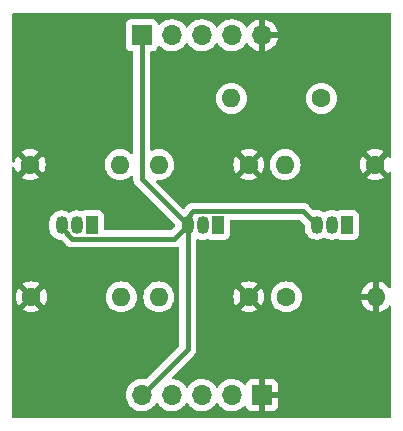
<source format=gbr>
%TF.GenerationSoftware,KiCad,Pcbnew,(6.0.5-0)*%
%TF.CreationDate,2023-04-14T18:12:18+02:00*%
%TF.ProjectId,PixelJuice_TransistorStage,50697865-6c4a-4756-9963-655f5472616e,rev?*%
%TF.SameCoordinates,Original*%
%TF.FileFunction,Copper,L2,Bot*%
%TF.FilePolarity,Positive*%
%FSLAX46Y46*%
G04 Gerber Fmt 4.6, Leading zero omitted, Abs format (unit mm)*
G04 Created by KiCad (PCBNEW (6.0.5-0)) date 2023-04-14 18:12:18*
%MOMM*%
%LPD*%
G01*
G04 APERTURE LIST*
%TA.AperFunction,ComponentPad*%
%ADD10C,1.600000*%
%TD*%
%TA.AperFunction,ComponentPad*%
%ADD11O,1.600000X1.600000*%
%TD*%
%TA.AperFunction,ComponentPad*%
%ADD12R,1.050000X1.500000*%
%TD*%
%TA.AperFunction,ComponentPad*%
%ADD13O,1.050000X1.500000*%
%TD*%
%TA.AperFunction,ComponentPad*%
%ADD14R,1.700000X1.700000*%
%TD*%
%TA.AperFunction,ComponentPad*%
%ADD15O,1.700000X1.700000*%
%TD*%
%TA.AperFunction,ViaPad*%
%ADD16C,0.800000*%
%TD*%
%TA.AperFunction,Conductor*%
%ADD17C,0.400000*%
%TD*%
G04 APERTURE END LIST*
D10*
%TO.P,R5,1*%
%TO.N,GND*%
X132790000Y-96000000D03*
D11*
%TO.P,R5,2*%
%TO.N,/R-Y_{out}*%
X140410000Y-96000000D03*
%TD*%
D10*
%TO.P,R7,1*%
%TO.N,/B-Y_{out}*%
X154390000Y-96000000D03*
D11*
%TO.P,R7,2*%
%TO.N,GND*%
X162010000Y-96000000D03*
%TD*%
D10*
%TO.P,R4,1*%
%TO.N,GND*%
X161910000Y-84800000D03*
D11*
%TO.P,R4,2*%
%TO.N,Net-(Q3-Pad2)*%
X154290000Y-84800000D03*
%TD*%
D10*
%TO.P,R3,1*%
%TO.N,GND*%
X151210000Y-84800000D03*
D11*
%TO.P,R3,2*%
%TO.N,/Y_{in}*%
X143590000Y-84800000D03*
%TD*%
D12*
%TO.P,Q2,1,E*%
%TO.N,/Y_{out}*%
X148570000Y-89940000D03*
D13*
%TO.P,Q2,2,B*%
%TO.N,/Y_{in}*%
X147300000Y-89940000D03*
%TO.P,Q2,3,C*%
%TO.N,+5V*%
X146030000Y-89940000D03*
%TD*%
D10*
%TO.P,R2,1*%
%TO.N,GND*%
X132690000Y-84800000D03*
D11*
%TO.P,R2,2*%
%TO.N,/R-Y_{in}*%
X140310000Y-84800000D03*
%TD*%
D10*
%TO.P,R6,1*%
%TO.N,GND*%
X151210000Y-96000000D03*
D11*
%TO.P,R6,2*%
%TO.N,/Y_{out}*%
X143590000Y-96000000D03*
%TD*%
D12*
%TO.P,Q3,1,E*%
%TO.N,/B-Y_{out}*%
X159500000Y-89900000D03*
D13*
%TO.P,Q3,2,B*%
%TO.N,Net-(Q3-Pad2)*%
X158230000Y-89900000D03*
%TO.P,Q3,3,C*%
%TO.N,+5V*%
X156960000Y-89900000D03*
%TD*%
D10*
%TO.P,R1,1*%
%TO.N,Net-(Q3-Pad2)*%
X157360000Y-79200000D03*
D11*
%TO.P,R1,2*%
%TO.N,/B-Y_{in}*%
X149740000Y-79200000D03*
%TD*%
D12*
%TO.P,Q1,1,E*%
%TO.N,/R-Y_{out}*%
X137900000Y-89940000D03*
D13*
%TO.P,Q1,2,B*%
%TO.N,/R-Y_{in}*%
X136630000Y-89940000D03*
%TO.P,Q1,3,C*%
%TO.N,+5V*%
X135360000Y-89940000D03*
%TD*%
D14*
%TO.P,J2,1,Pin_1*%
%TO.N,GND*%
X152325000Y-104325000D03*
D15*
%TO.P,J2,2,Pin_2*%
%TO.N,/B-Y_{out}*%
X149785000Y-104325000D03*
%TO.P,J2,3,Pin_3*%
%TO.N,/Y_{out}*%
X147245000Y-104325000D03*
%TO.P,J2,4,Pin_4*%
%TO.N,/R-Y_{out}*%
X144705000Y-104325000D03*
%TO.P,J2,5,Pin_5*%
%TO.N,+5V*%
X142165000Y-104325000D03*
%TD*%
D14*
%TO.P,J1,1,Pin_1*%
%TO.N,+5V*%
X142150000Y-73850000D03*
D15*
%TO.P,J1,2,Pin_2*%
%TO.N,/R-Y_{in}*%
X144690000Y-73850000D03*
%TO.P,J1,3,Pin_3*%
%TO.N,/Y_{in}*%
X147230000Y-73850000D03*
%TO.P,J1,4,Pin_4*%
%TO.N,/B-Y_{in}*%
X149770000Y-73850000D03*
%TO.P,J1,5,Pin_5*%
%TO.N,GND*%
X152310000Y-73850000D03*
%TD*%
D16*
%TO.N,GND*%
X152875000Y-93050000D03*
X142025000Y-93050000D03*
%TD*%
D17*
%TO.N,+5V*%
X146030000Y-89940000D02*
X146030000Y-100460000D01*
X146030000Y-100460000D02*
X142165000Y-104325000D01*
X142150000Y-73850000D02*
X142150000Y-86060000D01*
X142150000Y-86060000D02*
X146030000Y-89940000D01*
X136247052Y-91089520D02*
X135360000Y-90202468D01*
X146030000Y-89240000D02*
X146520000Y-88750000D01*
X135360000Y-90202468D02*
X135360000Y-89940000D01*
X155810000Y-88750000D02*
X156960000Y-89900000D01*
X144880480Y-91089520D02*
X136247052Y-91089520D01*
X146520000Y-88750000D02*
X155810000Y-88750000D01*
X146030000Y-89940000D02*
X146030000Y-89240000D01*
X146030000Y-89940000D02*
X144880480Y-91089520D01*
%TD*%
%TA.AperFunction,Conductor*%
%TO.N,GND*%
G36*
X163233621Y-71978502D02*
G01*
X163280114Y-72032158D01*
X163291500Y-72084500D01*
X163291500Y-84099295D01*
X163271498Y-84167416D01*
X163217842Y-84213909D01*
X163147568Y-84224013D01*
X163082988Y-84194519D01*
X163051306Y-84152547D01*
X163049414Y-84148491D01*
X163043931Y-84138994D01*
X163007491Y-84086952D01*
X162997012Y-84078576D01*
X162983566Y-84085644D01*
X162282022Y-84787188D01*
X162274408Y-84801132D01*
X162274539Y-84802965D01*
X162278790Y-84809580D01*
X162984287Y-85515077D01*
X162996062Y-85521507D01*
X163008077Y-85512211D01*
X163043931Y-85461006D01*
X163049414Y-85451509D01*
X163051306Y-85447453D01*
X163098224Y-85394169D01*
X163166502Y-85374709D01*
X163234461Y-85395252D01*
X163280526Y-85449275D01*
X163291500Y-85500705D01*
X163291500Y-95150123D01*
X163271498Y-95218244D01*
X163217842Y-95264737D01*
X163147568Y-95274841D01*
X163082988Y-95245347D01*
X163062287Y-95222393D01*
X163018976Y-95160538D01*
X163011916Y-95152125D01*
X162857875Y-94998084D01*
X162849467Y-94991028D01*
X162671007Y-94866069D01*
X162661511Y-94860586D01*
X162464053Y-94768510D01*
X162453761Y-94764764D01*
X162281497Y-94718606D01*
X162267401Y-94718942D01*
X162264000Y-94726884D01*
X162264000Y-97267967D01*
X162267973Y-97281498D01*
X162276522Y-97282727D01*
X162453761Y-97235236D01*
X162464053Y-97231490D01*
X162661511Y-97139414D01*
X162671007Y-97133931D01*
X162849467Y-97008972D01*
X162857875Y-97001916D01*
X163011916Y-96847875D01*
X163018976Y-96839462D01*
X163062287Y-96777607D01*
X163117744Y-96733278D01*
X163188363Y-96725969D01*
X163251724Y-96757999D01*
X163287709Y-96819201D01*
X163291500Y-96849877D01*
X163291500Y-106165500D01*
X163271498Y-106233621D01*
X163217842Y-106280114D01*
X163165500Y-106291500D01*
X131284500Y-106291500D01*
X131216379Y-106271498D01*
X131169886Y-106217842D01*
X131158500Y-106165500D01*
X131158500Y-97086062D01*
X132068493Y-97086062D01*
X132077789Y-97098077D01*
X132128994Y-97133931D01*
X132138489Y-97139414D01*
X132335947Y-97231490D01*
X132346239Y-97235236D01*
X132556688Y-97291625D01*
X132567481Y-97293528D01*
X132784525Y-97312517D01*
X132795475Y-97312517D01*
X133012519Y-97293528D01*
X133023312Y-97291625D01*
X133233761Y-97235236D01*
X133244053Y-97231490D01*
X133441511Y-97139414D01*
X133451006Y-97133931D01*
X133503048Y-97097491D01*
X133511424Y-97087012D01*
X133504356Y-97073566D01*
X132802812Y-96372022D01*
X132788868Y-96364408D01*
X132787035Y-96364539D01*
X132780420Y-96368790D01*
X132074923Y-97074287D01*
X132068493Y-97086062D01*
X131158500Y-97086062D01*
X131158500Y-96005475D01*
X131477483Y-96005475D01*
X131496472Y-96222519D01*
X131498375Y-96233312D01*
X131554764Y-96443761D01*
X131558510Y-96454053D01*
X131650586Y-96651511D01*
X131656069Y-96661006D01*
X131692509Y-96713048D01*
X131702988Y-96721424D01*
X131716434Y-96714356D01*
X132417978Y-96012812D01*
X132424356Y-96001132D01*
X133154408Y-96001132D01*
X133154539Y-96002965D01*
X133158790Y-96009580D01*
X133864287Y-96715077D01*
X133876062Y-96721507D01*
X133888077Y-96712211D01*
X133923931Y-96661006D01*
X133929414Y-96651511D01*
X134021490Y-96454053D01*
X134025236Y-96443761D01*
X134081625Y-96233312D01*
X134083528Y-96222519D01*
X134102517Y-96005475D01*
X134102517Y-96000000D01*
X139096502Y-96000000D01*
X139116457Y-96228087D01*
X139117881Y-96233400D01*
X139117881Y-96233402D01*
X139155025Y-96372022D01*
X139175716Y-96449243D01*
X139178039Y-96454224D01*
X139178039Y-96454225D01*
X139270151Y-96651762D01*
X139270154Y-96651767D01*
X139272477Y-96656749D01*
X139403802Y-96844300D01*
X139565700Y-97006198D01*
X139570208Y-97009355D01*
X139570211Y-97009357D01*
X139648389Y-97064098D01*
X139753251Y-97137523D01*
X139758233Y-97139846D01*
X139758238Y-97139849D01*
X139954765Y-97231490D01*
X139960757Y-97234284D01*
X139966065Y-97235706D01*
X139966067Y-97235707D01*
X140176598Y-97292119D01*
X140176600Y-97292119D01*
X140181913Y-97293543D01*
X140410000Y-97313498D01*
X140638087Y-97293543D01*
X140643400Y-97292119D01*
X140643402Y-97292119D01*
X140853933Y-97235707D01*
X140853935Y-97235706D01*
X140859243Y-97234284D01*
X140865235Y-97231490D01*
X141061762Y-97139849D01*
X141061767Y-97139846D01*
X141066749Y-97137523D01*
X141171611Y-97064098D01*
X141249789Y-97009357D01*
X141249792Y-97009355D01*
X141254300Y-97006198D01*
X141416198Y-96844300D01*
X141547523Y-96656749D01*
X141549846Y-96651767D01*
X141549849Y-96651762D01*
X141641961Y-96454225D01*
X141641961Y-96454224D01*
X141644284Y-96449243D01*
X141664976Y-96372022D01*
X141702119Y-96233402D01*
X141702119Y-96233400D01*
X141703543Y-96228087D01*
X141723498Y-96000000D01*
X142276502Y-96000000D01*
X142296457Y-96228087D01*
X142297881Y-96233400D01*
X142297881Y-96233402D01*
X142335025Y-96372022D01*
X142355716Y-96449243D01*
X142358039Y-96454224D01*
X142358039Y-96454225D01*
X142450151Y-96651762D01*
X142450154Y-96651767D01*
X142452477Y-96656749D01*
X142583802Y-96844300D01*
X142745700Y-97006198D01*
X142750208Y-97009355D01*
X142750211Y-97009357D01*
X142828389Y-97064098D01*
X142933251Y-97137523D01*
X142938233Y-97139846D01*
X142938238Y-97139849D01*
X143134765Y-97231490D01*
X143140757Y-97234284D01*
X143146065Y-97235706D01*
X143146067Y-97235707D01*
X143356598Y-97292119D01*
X143356600Y-97292119D01*
X143361913Y-97293543D01*
X143590000Y-97313498D01*
X143818087Y-97293543D01*
X143823400Y-97292119D01*
X143823402Y-97292119D01*
X144033933Y-97235707D01*
X144033935Y-97235706D01*
X144039243Y-97234284D01*
X144045235Y-97231490D01*
X144241762Y-97139849D01*
X144241767Y-97139846D01*
X144246749Y-97137523D01*
X144351611Y-97064098D01*
X144429789Y-97009357D01*
X144429792Y-97009355D01*
X144434300Y-97006198D01*
X144596198Y-96844300D01*
X144727523Y-96656749D01*
X144729846Y-96651767D01*
X144729849Y-96651762D01*
X144821961Y-96454225D01*
X144821961Y-96454224D01*
X144824284Y-96449243D01*
X144844976Y-96372022D01*
X144882119Y-96233402D01*
X144882119Y-96233400D01*
X144883543Y-96228087D01*
X144903498Y-96000000D01*
X144883543Y-95771913D01*
X144875028Y-95740135D01*
X144825707Y-95556067D01*
X144825706Y-95556065D01*
X144824284Y-95550757D01*
X144729966Y-95348489D01*
X144729849Y-95348238D01*
X144729846Y-95348233D01*
X144727523Y-95343251D01*
X144596198Y-95155700D01*
X144434300Y-94993802D01*
X144429792Y-94990645D01*
X144429789Y-94990643D01*
X144303920Y-94902509D01*
X144246749Y-94862477D01*
X144241767Y-94860154D01*
X144241762Y-94860151D01*
X144044225Y-94768039D01*
X144044224Y-94768039D01*
X144039243Y-94765716D01*
X144033935Y-94764294D01*
X144033933Y-94764293D01*
X143823402Y-94707881D01*
X143823400Y-94707881D01*
X143818087Y-94706457D01*
X143590000Y-94686502D01*
X143361913Y-94706457D01*
X143356600Y-94707881D01*
X143356598Y-94707881D01*
X143146067Y-94764293D01*
X143146065Y-94764294D01*
X143140757Y-94765716D01*
X143135776Y-94768039D01*
X143135775Y-94768039D01*
X142938238Y-94860151D01*
X142938233Y-94860154D01*
X142933251Y-94862477D01*
X142876080Y-94902509D01*
X142750211Y-94990643D01*
X142750208Y-94990645D01*
X142745700Y-94993802D01*
X142583802Y-95155700D01*
X142452477Y-95343251D01*
X142450154Y-95348233D01*
X142450151Y-95348238D01*
X142450034Y-95348489D01*
X142355716Y-95550757D01*
X142354294Y-95556065D01*
X142354293Y-95556067D01*
X142304972Y-95740135D01*
X142296457Y-95771913D01*
X142276502Y-96000000D01*
X141723498Y-96000000D01*
X141703543Y-95771913D01*
X141695028Y-95740135D01*
X141645707Y-95556067D01*
X141645706Y-95556065D01*
X141644284Y-95550757D01*
X141549966Y-95348489D01*
X141549849Y-95348238D01*
X141549846Y-95348233D01*
X141547523Y-95343251D01*
X141416198Y-95155700D01*
X141254300Y-94993802D01*
X141249792Y-94990645D01*
X141249789Y-94990643D01*
X141123920Y-94902509D01*
X141066749Y-94862477D01*
X141061767Y-94860154D01*
X141061762Y-94860151D01*
X140864225Y-94768039D01*
X140864224Y-94768039D01*
X140859243Y-94765716D01*
X140853935Y-94764294D01*
X140853933Y-94764293D01*
X140643402Y-94707881D01*
X140643400Y-94707881D01*
X140638087Y-94706457D01*
X140410000Y-94686502D01*
X140181913Y-94706457D01*
X140176600Y-94707881D01*
X140176598Y-94707881D01*
X139966067Y-94764293D01*
X139966065Y-94764294D01*
X139960757Y-94765716D01*
X139955776Y-94768039D01*
X139955775Y-94768039D01*
X139758238Y-94860151D01*
X139758233Y-94860154D01*
X139753251Y-94862477D01*
X139696080Y-94902509D01*
X139570211Y-94990643D01*
X139570208Y-94990645D01*
X139565700Y-94993802D01*
X139403802Y-95155700D01*
X139272477Y-95343251D01*
X139270154Y-95348233D01*
X139270151Y-95348238D01*
X139270034Y-95348489D01*
X139175716Y-95550757D01*
X139174294Y-95556065D01*
X139174293Y-95556067D01*
X139124972Y-95740135D01*
X139116457Y-95771913D01*
X139096502Y-96000000D01*
X134102517Y-96000000D01*
X134102517Y-95994525D01*
X134083528Y-95777481D01*
X134081625Y-95766688D01*
X134025236Y-95556239D01*
X134021490Y-95545947D01*
X133929414Y-95348489D01*
X133923931Y-95338994D01*
X133887491Y-95286952D01*
X133877012Y-95278576D01*
X133863566Y-95285644D01*
X133162022Y-95987188D01*
X133154408Y-96001132D01*
X132424356Y-96001132D01*
X132425592Y-95998868D01*
X132425461Y-95997035D01*
X132421210Y-95990420D01*
X131715713Y-95284923D01*
X131703938Y-95278493D01*
X131691923Y-95287789D01*
X131656069Y-95338994D01*
X131650586Y-95348489D01*
X131558510Y-95545947D01*
X131554764Y-95556239D01*
X131498375Y-95766688D01*
X131496472Y-95777481D01*
X131477483Y-95994525D01*
X131477483Y-96005475D01*
X131158500Y-96005475D01*
X131158500Y-94912988D01*
X132068576Y-94912988D01*
X132075644Y-94926434D01*
X132777188Y-95627978D01*
X132791132Y-95635592D01*
X132792965Y-95635461D01*
X132799580Y-95631210D01*
X133505077Y-94925713D01*
X133511507Y-94913938D01*
X133502211Y-94901923D01*
X133451006Y-94866069D01*
X133441511Y-94860586D01*
X133244053Y-94768510D01*
X133233761Y-94764764D01*
X133023312Y-94708375D01*
X133012519Y-94706472D01*
X132795475Y-94687483D01*
X132784525Y-94687483D01*
X132567481Y-94706472D01*
X132556688Y-94708375D01*
X132346239Y-94764764D01*
X132335947Y-94768510D01*
X132138489Y-94860586D01*
X132128994Y-94866069D01*
X132076952Y-94902509D01*
X132068576Y-94912988D01*
X131158500Y-94912988D01*
X131158500Y-90216004D01*
X134326500Y-90216004D01*
X134341277Y-90366713D01*
X134399858Y-90560742D01*
X134495010Y-90739698D01*
X134498904Y-90744472D01*
X134498905Y-90744474D01*
X134511826Y-90760316D01*
X134623110Y-90896763D01*
X134627857Y-90900690D01*
X134627859Y-90900692D01*
X134774528Y-91022027D01*
X134774531Y-91022029D01*
X134779278Y-91025956D01*
X134957565Y-91122356D01*
X135026733Y-91143767D01*
X135145293Y-91180468D01*
X135145296Y-91180469D01*
X135151180Y-91182290D01*
X135157305Y-91182934D01*
X135157306Y-91182934D01*
X135315404Y-91199551D01*
X135381061Y-91226564D01*
X135391328Y-91235766D01*
X135725602Y-91570040D01*
X135731456Y-91576305D01*
X135769491Y-91619905D01*
X135821771Y-91656648D01*
X135827066Y-91660581D01*
X135877334Y-91699996D01*
X135884250Y-91703119D01*
X135886536Y-91704503D01*
X135901217Y-91712877D01*
X135903577Y-91714142D01*
X135909791Y-91718510D01*
X135916870Y-91721270D01*
X135916872Y-91721271D01*
X135969327Y-91741722D01*
X135975396Y-91744273D01*
X136033625Y-91770565D01*
X136041092Y-91771949D01*
X136043647Y-91772750D01*
X136059900Y-91777379D01*
X136062480Y-91778042D01*
X136069561Y-91780802D01*
X136077092Y-91781793D01*
X136077094Y-91781794D01*
X136106713Y-91785693D01*
X136132913Y-91789142D01*
X136139411Y-91790172D01*
X136202238Y-91801816D01*
X136209818Y-91801379D01*
X136209819Y-91801379D01*
X136264444Y-91798229D01*
X136271698Y-91798020D01*
X144851568Y-91798020D01*
X144860138Y-91798312D01*
X144910256Y-91801729D01*
X144910260Y-91801729D01*
X144917832Y-91802245D01*
X144925309Y-91800940D01*
X144925310Y-91800940D01*
X144951788Y-91796319D01*
X144980783Y-91791258D01*
X144987301Y-91790297D01*
X145050722Y-91782622D01*
X145057823Y-91779939D01*
X145060432Y-91779298D01*
X145076742Y-91774835D01*
X145079278Y-91774070D01*
X145086764Y-91772763D01*
X145144854Y-91747263D01*
X145215269Y-91738197D01*
X145279408Y-91768639D01*
X145316907Y-91828925D01*
X145321500Y-91862636D01*
X145321500Y-100114340D01*
X145301498Y-100182461D01*
X145284595Y-100203435D01*
X142532316Y-102955714D01*
X142470004Y-102989740D01*
X142421125Y-102990666D01*
X142298373Y-102968800D01*
X142298367Y-102968799D01*
X142293284Y-102967894D01*
X142219452Y-102966992D01*
X142075081Y-102965228D01*
X142075079Y-102965228D01*
X142069911Y-102965165D01*
X141849091Y-102998955D01*
X141636756Y-103068357D01*
X141438607Y-103171507D01*
X141434474Y-103174610D01*
X141434471Y-103174612D01*
X141351450Y-103236946D01*
X141259965Y-103305635D01*
X141105629Y-103467138D01*
X140979743Y-103651680D01*
X140885688Y-103854305D01*
X140825989Y-104069570D01*
X140802251Y-104291695D01*
X140815110Y-104514715D01*
X140816247Y-104519761D01*
X140816248Y-104519767D01*
X140830606Y-104583475D01*
X140864222Y-104732639D01*
X140948266Y-104939616D01*
X140999942Y-105023944D01*
X141062291Y-105125688D01*
X141064987Y-105130088D01*
X141211250Y-105298938D01*
X141383126Y-105441632D01*
X141576000Y-105554338D01*
X141784692Y-105634030D01*
X141789760Y-105635061D01*
X141789763Y-105635062D01*
X141897017Y-105656883D01*
X142003597Y-105678567D01*
X142008772Y-105678757D01*
X142008774Y-105678757D01*
X142221673Y-105686564D01*
X142221677Y-105686564D01*
X142226837Y-105686753D01*
X142231957Y-105686097D01*
X142231959Y-105686097D01*
X142443288Y-105659025D01*
X142443289Y-105659025D01*
X142448416Y-105658368D01*
X142453366Y-105656883D01*
X142657429Y-105595661D01*
X142657434Y-105595659D01*
X142662384Y-105594174D01*
X142862994Y-105495896D01*
X143044860Y-105366173D01*
X143203096Y-105208489D01*
X143262594Y-105125689D01*
X143333453Y-105027077D01*
X143334776Y-105028028D01*
X143381645Y-104984857D01*
X143451580Y-104972625D01*
X143517026Y-105000144D01*
X143544875Y-105031994D01*
X143604987Y-105130088D01*
X143751250Y-105298938D01*
X143923126Y-105441632D01*
X144116000Y-105554338D01*
X144324692Y-105634030D01*
X144329760Y-105635061D01*
X144329763Y-105635062D01*
X144437017Y-105656883D01*
X144543597Y-105678567D01*
X144548772Y-105678757D01*
X144548774Y-105678757D01*
X144761673Y-105686564D01*
X144761677Y-105686564D01*
X144766837Y-105686753D01*
X144771957Y-105686097D01*
X144771959Y-105686097D01*
X144983288Y-105659025D01*
X144983289Y-105659025D01*
X144988416Y-105658368D01*
X144993366Y-105656883D01*
X145197429Y-105595661D01*
X145197434Y-105595659D01*
X145202384Y-105594174D01*
X145402994Y-105495896D01*
X145584860Y-105366173D01*
X145743096Y-105208489D01*
X145802594Y-105125689D01*
X145873453Y-105027077D01*
X145874776Y-105028028D01*
X145921645Y-104984857D01*
X145991580Y-104972625D01*
X146057026Y-105000144D01*
X146084875Y-105031994D01*
X146144987Y-105130088D01*
X146291250Y-105298938D01*
X146463126Y-105441632D01*
X146656000Y-105554338D01*
X146864692Y-105634030D01*
X146869760Y-105635061D01*
X146869763Y-105635062D01*
X146977017Y-105656883D01*
X147083597Y-105678567D01*
X147088772Y-105678757D01*
X147088774Y-105678757D01*
X147301673Y-105686564D01*
X147301677Y-105686564D01*
X147306837Y-105686753D01*
X147311957Y-105686097D01*
X147311959Y-105686097D01*
X147523288Y-105659025D01*
X147523289Y-105659025D01*
X147528416Y-105658368D01*
X147533366Y-105656883D01*
X147737429Y-105595661D01*
X147737434Y-105595659D01*
X147742384Y-105594174D01*
X147942994Y-105495896D01*
X148124860Y-105366173D01*
X148283096Y-105208489D01*
X148342594Y-105125689D01*
X148413453Y-105027077D01*
X148414776Y-105028028D01*
X148461645Y-104984857D01*
X148531580Y-104972625D01*
X148597026Y-105000144D01*
X148624875Y-105031994D01*
X148684987Y-105130088D01*
X148831250Y-105298938D01*
X149003126Y-105441632D01*
X149196000Y-105554338D01*
X149404692Y-105634030D01*
X149409760Y-105635061D01*
X149409763Y-105635062D01*
X149517017Y-105656883D01*
X149623597Y-105678567D01*
X149628772Y-105678757D01*
X149628774Y-105678757D01*
X149841673Y-105686564D01*
X149841677Y-105686564D01*
X149846837Y-105686753D01*
X149851957Y-105686097D01*
X149851959Y-105686097D01*
X150063288Y-105659025D01*
X150063289Y-105659025D01*
X150068416Y-105658368D01*
X150073366Y-105656883D01*
X150277429Y-105595661D01*
X150277434Y-105595659D01*
X150282384Y-105594174D01*
X150482994Y-105495896D01*
X150664860Y-105366173D01*
X150732331Y-105298938D01*
X150773479Y-105257933D01*
X150835851Y-105224017D01*
X150906658Y-105229205D01*
X150963419Y-105271851D01*
X150980401Y-105302954D01*
X151021676Y-105413054D01*
X151030214Y-105428649D01*
X151106715Y-105530724D01*
X151119276Y-105543285D01*
X151221351Y-105619786D01*
X151236946Y-105628324D01*
X151357394Y-105673478D01*
X151372649Y-105677105D01*
X151423514Y-105682631D01*
X151430328Y-105683000D01*
X152052885Y-105683000D01*
X152068124Y-105678525D01*
X152069329Y-105677135D01*
X152071000Y-105669452D01*
X152071000Y-105664884D01*
X152579000Y-105664884D01*
X152583475Y-105680123D01*
X152584865Y-105681328D01*
X152592548Y-105682999D01*
X153219669Y-105682999D01*
X153226490Y-105682629D01*
X153277352Y-105677105D01*
X153292604Y-105673479D01*
X153413054Y-105628324D01*
X153428649Y-105619786D01*
X153530724Y-105543285D01*
X153543285Y-105530724D01*
X153619786Y-105428649D01*
X153628324Y-105413054D01*
X153673478Y-105292606D01*
X153677105Y-105277351D01*
X153682631Y-105226486D01*
X153683000Y-105219672D01*
X153683000Y-104597115D01*
X153678525Y-104581876D01*
X153677135Y-104580671D01*
X153669452Y-104579000D01*
X152597115Y-104579000D01*
X152581876Y-104583475D01*
X152580671Y-104584865D01*
X152579000Y-104592548D01*
X152579000Y-105664884D01*
X152071000Y-105664884D01*
X152071000Y-104052885D01*
X152579000Y-104052885D01*
X152583475Y-104068124D01*
X152584865Y-104069329D01*
X152592548Y-104071000D01*
X153664884Y-104071000D01*
X153680123Y-104066525D01*
X153681328Y-104065135D01*
X153682999Y-104057452D01*
X153682999Y-103430331D01*
X153682629Y-103423510D01*
X153677105Y-103372648D01*
X153673479Y-103357396D01*
X153628324Y-103236946D01*
X153619786Y-103221351D01*
X153543285Y-103119276D01*
X153530724Y-103106715D01*
X153428649Y-103030214D01*
X153413054Y-103021676D01*
X153292606Y-102976522D01*
X153277351Y-102972895D01*
X153226486Y-102967369D01*
X153219672Y-102967000D01*
X152597115Y-102967000D01*
X152581876Y-102971475D01*
X152580671Y-102972865D01*
X152579000Y-102980548D01*
X152579000Y-104052885D01*
X152071000Y-104052885D01*
X152071000Y-102985116D01*
X152066525Y-102969877D01*
X152065135Y-102968672D01*
X152057452Y-102967001D01*
X151430331Y-102967001D01*
X151423510Y-102967371D01*
X151372648Y-102972895D01*
X151357396Y-102976521D01*
X151236946Y-103021676D01*
X151221351Y-103030214D01*
X151119276Y-103106715D01*
X151106715Y-103119276D01*
X151030214Y-103221351D01*
X151021676Y-103236946D01*
X150980297Y-103347322D01*
X150937655Y-103404087D01*
X150871093Y-103428786D01*
X150801744Y-103413578D01*
X150769121Y-103387891D01*
X150718151Y-103331876D01*
X150718145Y-103331870D01*
X150714670Y-103328051D01*
X150710619Y-103324852D01*
X150710615Y-103324848D01*
X150543414Y-103192800D01*
X150543410Y-103192798D01*
X150539359Y-103189598D01*
X150343789Y-103081638D01*
X150338920Y-103079914D01*
X150338916Y-103079912D01*
X150138087Y-103008795D01*
X150138083Y-103008794D01*
X150133212Y-103007069D01*
X150128119Y-103006162D01*
X150128116Y-103006161D01*
X149918373Y-102968800D01*
X149918367Y-102968799D01*
X149913284Y-102967894D01*
X149839452Y-102966992D01*
X149695081Y-102965228D01*
X149695079Y-102965228D01*
X149689911Y-102965165D01*
X149469091Y-102998955D01*
X149256756Y-103068357D01*
X149058607Y-103171507D01*
X149054474Y-103174610D01*
X149054471Y-103174612D01*
X148971450Y-103236946D01*
X148879965Y-103305635D01*
X148725629Y-103467138D01*
X148618201Y-103624621D01*
X148563293Y-103669621D01*
X148492768Y-103677792D01*
X148429021Y-103646538D01*
X148408324Y-103622054D01*
X148327822Y-103497617D01*
X148327820Y-103497614D01*
X148325014Y-103493277D01*
X148174670Y-103328051D01*
X148170619Y-103324852D01*
X148170615Y-103324848D01*
X148003414Y-103192800D01*
X148003410Y-103192798D01*
X147999359Y-103189598D01*
X147803789Y-103081638D01*
X147798920Y-103079914D01*
X147798916Y-103079912D01*
X147598087Y-103008795D01*
X147598083Y-103008794D01*
X147593212Y-103007069D01*
X147588119Y-103006162D01*
X147588116Y-103006161D01*
X147378373Y-102968800D01*
X147378367Y-102968799D01*
X147373284Y-102967894D01*
X147299452Y-102966992D01*
X147155081Y-102965228D01*
X147155079Y-102965228D01*
X147149911Y-102965165D01*
X146929091Y-102998955D01*
X146716756Y-103068357D01*
X146518607Y-103171507D01*
X146514474Y-103174610D01*
X146514471Y-103174612D01*
X146431450Y-103236946D01*
X146339965Y-103305635D01*
X146185629Y-103467138D01*
X146078201Y-103624621D01*
X146023293Y-103669621D01*
X145952768Y-103677792D01*
X145889021Y-103646538D01*
X145868324Y-103622054D01*
X145787822Y-103497617D01*
X145787820Y-103497614D01*
X145785014Y-103493277D01*
X145634670Y-103328051D01*
X145630619Y-103324852D01*
X145630615Y-103324848D01*
X145463414Y-103192800D01*
X145463410Y-103192798D01*
X145459359Y-103189598D01*
X145263789Y-103081638D01*
X145258920Y-103079914D01*
X145258916Y-103079912D01*
X145058087Y-103008795D01*
X145058083Y-103008794D01*
X145053212Y-103007069D01*
X145048119Y-103006162D01*
X145048116Y-103006161D01*
X144838373Y-102968800D01*
X144838367Y-102968799D01*
X144833284Y-102967894D01*
X144826801Y-102967815D01*
X144826290Y-102967658D01*
X144822961Y-102967343D01*
X144823026Y-102966656D01*
X144758930Y-102946985D01*
X144713093Y-102892767D01*
X144703846Y-102822375D01*
X144734123Y-102758158D01*
X144739241Y-102752729D01*
X146510528Y-100981443D01*
X146516793Y-100975589D01*
X146554664Y-100942552D01*
X146554665Y-100942551D01*
X146560385Y-100937561D01*
X146597136Y-100885271D01*
X146601028Y-100880029D01*
X146640476Y-100829718D01*
X146643600Y-100822799D01*
X146644988Y-100820507D01*
X146653357Y-100805835D01*
X146654622Y-100803475D01*
X146658990Y-100797261D01*
X146682203Y-100737723D01*
X146684759Y-100731642D01*
X146707918Y-100680352D01*
X146711045Y-100673427D01*
X146712430Y-100665954D01*
X146713234Y-100663388D01*
X146717855Y-100647165D01*
X146718520Y-100644573D01*
X146721282Y-100637491D01*
X146729622Y-100574139D01*
X146730654Y-100567623D01*
X146740911Y-100512281D01*
X146742295Y-100504814D01*
X146738709Y-100442620D01*
X146738500Y-100435367D01*
X146738500Y-97086062D01*
X150488493Y-97086062D01*
X150497789Y-97098077D01*
X150548994Y-97133931D01*
X150558489Y-97139414D01*
X150755947Y-97231490D01*
X150766239Y-97235236D01*
X150976688Y-97291625D01*
X150987481Y-97293528D01*
X151204525Y-97312517D01*
X151215475Y-97312517D01*
X151432519Y-97293528D01*
X151443312Y-97291625D01*
X151653761Y-97235236D01*
X151664053Y-97231490D01*
X151861511Y-97139414D01*
X151871006Y-97133931D01*
X151923048Y-97097491D01*
X151931424Y-97087012D01*
X151924356Y-97073566D01*
X151222812Y-96372022D01*
X151208868Y-96364408D01*
X151207035Y-96364539D01*
X151200420Y-96368790D01*
X150494923Y-97074287D01*
X150488493Y-97086062D01*
X146738500Y-97086062D01*
X146738500Y-96005475D01*
X149897483Y-96005475D01*
X149916472Y-96222519D01*
X149918375Y-96233312D01*
X149974764Y-96443761D01*
X149978510Y-96454053D01*
X150070586Y-96651511D01*
X150076069Y-96661006D01*
X150112509Y-96713048D01*
X150122988Y-96721424D01*
X150136434Y-96714356D01*
X150837978Y-96012812D01*
X150844356Y-96001132D01*
X151574408Y-96001132D01*
X151574539Y-96002965D01*
X151578790Y-96009580D01*
X152284287Y-96715077D01*
X152296062Y-96721507D01*
X152308077Y-96712211D01*
X152343931Y-96661006D01*
X152349414Y-96651511D01*
X152441490Y-96454053D01*
X152445236Y-96443761D01*
X152501625Y-96233312D01*
X152503528Y-96222519D01*
X152522517Y-96005475D01*
X152522517Y-96000000D01*
X153076502Y-96000000D01*
X153096457Y-96228087D01*
X153097881Y-96233400D01*
X153097881Y-96233402D01*
X153135025Y-96372022D01*
X153155716Y-96449243D01*
X153158039Y-96454224D01*
X153158039Y-96454225D01*
X153250151Y-96651762D01*
X153250154Y-96651767D01*
X153252477Y-96656749D01*
X153383802Y-96844300D01*
X153545700Y-97006198D01*
X153550208Y-97009355D01*
X153550211Y-97009357D01*
X153628389Y-97064098D01*
X153733251Y-97137523D01*
X153738233Y-97139846D01*
X153738238Y-97139849D01*
X153934765Y-97231490D01*
X153940757Y-97234284D01*
X153946065Y-97235706D01*
X153946067Y-97235707D01*
X154156598Y-97292119D01*
X154156600Y-97292119D01*
X154161913Y-97293543D01*
X154390000Y-97313498D01*
X154618087Y-97293543D01*
X154623400Y-97292119D01*
X154623402Y-97292119D01*
X154833933Y-97235707D01*
X154833935Y-97235706D01*
X154839243Y-97234284D01*
X154845235Y-97231490D01*
X155041762Y-97139849D01*
X155041767Y-97139846D01*
X155046749Y-97137523D01*
X155151611Y-97064098D01*
X155229789Y-97009357D01*
X155229792Y-97009355D01*
X155234300Y-97006198D01*
X155396198Y-96844300D01*
X155527523Y-96656749D01*
X155529846Y-96651767D01*
X155529849Y-96651762D01*
X155621961Y-96454225D01*
X155621961Y-96454224D01*
X155624284Y-96449243D01*
X155644976Y-96372022D01*
X155673245Y-96266522D01*
X160727273Y-96266522D01*
X160774764Y-96443761D01*
X160778510Y-96454053D01*
X160870586Y-96651511D01*
X160876069Y-96661007D01*
X161001028Y-96839467D01*
X161008084Y-96847875D01*
X161162125Y-97001916D01*
X161170533Y-97008972D01*
X161348993Y-97133931D01*
X161358489Y-97139414D01*
X161555947Y-97231490D01*
X161566239Y-97235236D01*
X161738503Y-97281394D01*
X161752599Y-97281058D01*
X161756000Y-97273116D01*
X161756000Y-96272115D01*
X161751525Y-96256876D01*
X161750135Y-96255671D01*
X161742452Y-96254000D01*
X160742033Y-96254000D01*
X160728502Y-96257973D01*
X160727273Y-96266522D01*
X155673245Y-96266522D01*
X155682119Y-96233402D01*
X155682119Y-96233400D01*
X155683543Y-96228087D01*
X155703498Y-96000000D01*
X155683543Y-95771913D01*
X155675028Y-95740135D01*
X155671911Y-95728503D01*
X160728606Y-95728503D01*
X160728942Y-95742599D01*
X160736884Y-95746000D01*
X161737885Y-95746000D01*
X161753124Y-95741525D01*
X161754329Y-95740135D01*
X161756000Y-95732452D01*
X161756000Y-94732033D01*
X161752027Y-94718502D01*
X161743478Y-94717273D01*
X161566239Y-94764764D01*
X161555947Y-94768510D01*
X161358489Y-94860586D01*
X161348993Y-94866069D01*
X161170533Y-94991028D01*
X161162125Y-94998084D01*
X161008084Y-95152125D01*
X161001028Y-95160533D01*
X160876069Y-95338993D01*
X160870586Y-95348489D01*
X160778510Y-95545947D01*
X160774764Y-95556239D01*
X160728606Y-95728503D01*
X155671911Y-95728503D01*
X155625707Y-95556067D01*
X155625706Y-95556065D01*
X155624284Y-95550757D01*
X155529966Y-95348489D01*
X155529849Y-95348238D01*
X155529846Y-95348233D01*
X155527523Y-95343251D01*
X155396198Y-95155700D01*
X155234300Y-94993802D01*
X155229792Y-94990645D01*
X155229789Y-94990643D01*
X155103920Y-94902509D01*
X155046749Y-94862477D01*
X155041767Y-94860154D01*
X155041762Y-94860151D01*
X154844225Y-94768039D01*
X154844224Y-94768039D01*
X154839243Y-94765716D01*
X154833935Y-94764294D01*
X154833933Y-94764293D01*
X154623402Y-94707881D01*
X154623400Y-94707881D01*
X154618087Y-94706457D01*
X154390000Y-94686502D01*
X154161913Y-94706457D01*
X154156600Y-94707881D01*
X154156598Y-94707881D01*
X153946067Y-94764293D01*
X153946065Y-94764294D01*
X153940757Y-94765716D01*
X153935776Y-94768039D01*
X153935775Y-94768039D01*
X153738238Y-94860151D01*
X153738233Y-94860154D01*
X153733251Y-94862477D01*
X153676080Y-94902509D01*
X153550211Y-94990643D01*
X153550208Y-94990645D01*
X153545700Y-94993802D01*
X153383802Y-95155700D01*
X153252477Y-95343251D01*
X153250154Y-95348233D01*
X153250151Y-95348238D01*
X153250034Y-95348489D01*
X153155716Y-95550757D01*
X153154294Y-95556065D01*
X153154293Y-95556067D01*
X153104972Y-95740135D01*
X153096457Y-95771913D01*
X153076502Y-96000000D01*
X152522517Y-96000000D01*
X152522517Y-95994525D01*
X152503528Y-95777481D01*
X152501625Y-95766688D01*
X152445236Y-95556239D01*
X152441490Y-95545947D01*
X152349414Y-95348489D01*
X152343931Y-95338994D01*
X152307491Y-95286952D01*
X152297012Y-95278576D01*
X152283566Y-95285644D01*
X151582022Y-95987188D01*
X151574408Y-96001132D01*
X150844356Y-96001132D01*
X150845592Y-95998868D01*
X150845461Y-95997035D01*
X150841210Y-95990420D01*
X150135713Y-95284923D01*
X150123938Y-95278493D01*
X150111923Y-95287789D01*
X150076069Y-95338994D01*
X150070586Y-95348489D01*
X149978510Y-95545947D01*
X149974764Y-95556239D01*
X149918375Y-95766688D01*
X149916472Y-95777481D01*
X149897483Y-95994525D01*
X149897483Y-96005475D01*
X146738500Y-96005475D01*
X146738500Y-94912988D01*
X150488576Y-94912988D01*
X150495644Y-94926434D01*
X151197188Y-95627978D01*
X151211132Y-95635592D01*
X151212965Y-95635461D01*
X151219580Y-95631210D01*
X151925077Y-94925713D01*
X151931507Y-94913938D01*
X151922211Y-94901923D01*
X151871006Y-94866069D01*
X151861511Y-94860586D01*
X151664053Y-94768510D01*
X151653761Y-94764764D01*
X151443312Y-94708375D01*
X151432519Y-94706472D01*
X151215475Y-94687483D01*
X151204525Y-94687483D01*
X150987481Y-94706472D01*
X150976688Y-94708375D01*
X150766239Y-94764764D01*
X150755947Y-94768510D01*
X150558489Y-94860586D01*
X150548994Y-94866069D01*
X150496952Y-94902509D01*
X150488576Y-94912988D01*
X146738500Y-94912988D01*
X146738500Y-91244019D01*
X146758502Y-91175898D01*
X146812158Y-91129405D01*
X146882432Y-91119301D01*
X146901756Y-91123653D01*
X147091180Y-91182290D01*
X147097305Y-91182934D01*
X147097306Y-91182934D01*
X147286622Y-91202832D01*
X147286623Y-91202832D01*
X147292750Y-91203476D01*
X147376014Y-91195898D01*
X147488457Y-91185665D01*
X147488460Y-91185664D01*
X147494596Y-91185106D01*
X147500502Y-91183368D01*
X147500506Y-91183367D01*
X147683121Y-91129620D01*
X147683123Y-91129619D01*
X147686111Y-91128740D01*
X147689029Y-91127881D01*
X147689282Y-91128740D01*
X147754662Y-91122286D01*
X147791406Y-91135452D01*
X147798295Y-91140615D01*
X147806696Y-91143764D01*
X147806699Y-91143766D01*
X147887414Y-91174024D01*
X147934684Y-91191745D01*
X147996866Y-91198500D01*
X149143134Y-91198500D01*
X149205316Y-91191745D01*
X149341705Y-91140615D01*
X149458261Y-91053261D01*
X149545615Y-90936705D01*
X149596745Y-90800316D01*
X149603500Y-90738134D01*
X149603500Y-89584500D01*
X149623502Y-89516379D01*
X149677158Y-89469886D01*
X149729500Y-89458500D01*
X155464340Y-89458500D01*
X155532461Y-89478502D01*
X155553435Y-89495405D01*
X155889595Y-89831565D01*
X155923621Y-89893877D01*
X155926500Y-89920660D01*
X155926500Y-90176004D01*
X155941277Y-90326713D01*
X155999858Y-90520742D01*
X156095010Y-90699698D01*
X156223110Y-90856763D01*
X156227857Y-90860690D01*
X156227859Y-90860692D01*
X156374528Y-90982027D01*
X156374531Y-90982029D01*
X156379278Y-90985956D01*
X156557565Y-91082356D01*
X156626733Y-91103767D01*
X156745293Y-91140468D01*
X156745296Y-91140469D01*
X156751180Y-91142290D01*
X156757305Y-91142934D01*
X156757306Y-91142934D01*
X156946622Y-91162832D01*
X156946623Y-91162832D01*
X156952750Y-91163476D01*
X157036014Y-91155898D01*
X157148457Y-91145665D01*
X157148460Y-91145664D01*
X157154596Y-91145106D01*
X157160502Y-91143368D01*
X157160506Y-91143367D01*
X157305763Y-91100615D01*
X157349029Y-91087881D01*
X157354486Y-91085028D01*
X157354489Y-91085027D01*
X157491765Y-91013261D01*
X157528460Y-90994077D01*
X157528462Y-90994077D01*
X157528645Y-90993981D01*
X157528663Y-90994016D01*
X157594441Y-90974111D01*
X157655409Y-90989271D01*
X157827565Y-91082356D01*
X157896733Y-91103767D01*
X158015293Y-91140468D01*
X158015296Y-91140469D01*
X158021180Y-91142290D01*
X158027305Y-91142934D01*
X158027306Y-91142934D01*
X158216622Y-91162832D01*
X158216623Y-91162832D01*
X158222750Y-91163476D01*
X158306014Y-91155898D01*
X158418457Y-91145665D01*
X158418460Y-91145664D01*
X158424596Y-91145106D01*
X158430502Y-91143368D01*
X158430506Y-91143367D01*
X158613121Y-91089620D01*
X158613123Y-91089619D01*
X158616111Y-91088740D01*
X158619029Y-91087881D01*
X158619282Y-91088740D01*
X158684662Y-91082286D01*
X158721406Y-91095452D01*
X158728295Y-91100615D01*
X158736696Y-91103764D01*
X158736699Y-91103766D01*
X158817414Y-91134024D01*
X158864684Y-91151745D01*
X158926866Y-91158500D01*
X160073134Y-91158500D01*
X160135316Y-91151745D01*
X160271705Y-91100615D01*
X160388261Y-91013261D01*
X160475615Y-90896705D01*
X160526745Y-90760316D01*
X160533500Y-90698134D01*
X160533500Y-89101866D01*
X160526745Y-89039684D01*
X160475615Y-88903295D01*
X160388261Y-88786739D01*
X160271705Y-88699385D01*
X160135316Y-88648255D01*
X160073134Y-88641500D01*
X158926866Y-88641500D01*
X158864684Y-88648255D01*
X158848466Y-88654335D01*
X158736704Y-88696232D01*
X158736701Y-88696234D01*
X158728295Y-88699385D01*
X158721106Y-88704773D01*
X158720863Y-88704906D01*
X158651506Y-88720076D01*
X158623092Y-88714752D01*
X158614587Y-88712119D01*
X158438820Y-88657710D01*
X158432695Y-88657066D01*
X158432694Y-88657066D01*
X158243378Y-88637168D01*
X158243377Y-88637168D01*
X158237250Y-88636524D01*
X158153986Y-88644102D01*
X158041543Y-88654335D01*
X158041540Y-88654336D01*
X158035404Y-88654894D01*
X158029498Y-88656632D01*
X158029494Y-88656633D01*
X157899496Y-88694894D01*
X157840971Y-88712119D01*
X157835514Y-88714972D01*
X157835511Y-88714973D01*
X157767784Y-88750380D01*
X157661540Y-88805923D01*
X157661538Y-88805923D01*
X157661355Y-88806019D01*
X157661337Y-88805984D01*
X157595559Y-88825889D01*
X157534591Y-88810729D01*
X157525815Y-88805984D01*
X157362435Y-88717644D01*
X157245673Y-88681500D01*
X157174707Y-88659532D01*
X157174704Y-88659531D01*
X157168820Y-88657710D01*
X157162695Y-88657066D01*
X157162694Y-88657066D01*
X156973378Y-88637168D01*
X156973377Y-88637168D01*
X156967250Y-88636524D01*
X156779691Y-88653594D01*
X156710040Y-88639849D01*
X156679178Y-88617208D01*
X156331442Y-88269472D01*
X156325588Y-88263206D01*
X156292556Y-88225340D01*
X156292553Y-88225337D01*
X156287561Y-88219615D01*
X156235280Y-88182871D01*
X156229986Y-88178939D01*
X156185693Y-88144209D01*
X156179718Y-88139524D01*
X156172802Y-88136401D01*
X156170516Y-88135017D01*
X156155835Y-88126643D01*
X156153475Y-88125378D01*
X156147261Y-88121010D01*
X156140182Y-88118250D01*
X156140180Y-88118249D01*
X156087725Y-88097798D01*
X156081656Y-88095247D01*
X156023427Y-88068955D01*
X156015960Y-88067571D01*
X156013405Y-88066770D01*
X155997152Y-88062141D01*
X155994572Y-88061478D01*
X155987491Y-88058718D01*
X155979960Y-88057727D01*
X155979958Y-88057726D01*
X155950339Y-88053827D01*
X155924139Y-88050378D01*
X155917641Y-88049348D01*
X155854814Y-88037704D01*
X155847234Y-88038141D01*
X155847233Y-88038141D01*
X155792608Y-88041291D01*
X155785354Y-88041500D01*
X146548927Y-88041500D01*
X146540358Y-88041208D01*
X146490225Y-88037790D01*
X146490221Y-88037790D01*
X146482648Y-88037274D01*
X146419681Y-88048264D01*
X146413169Y-88049224D01*
X146349758Y-88056898D01*
X146342657Y-88059581D01*
X146340048Y-88060222D01*
X146323728Y-88064687D01*
X146321195Y-88065452D01*
X146313717Y-88066757D01*
X146255190Y-88092448D01*
X146249108Y-88094930D01*
X146228753Y-88102622D01*
X146196449Y-88114828D01*
X146196447Y-88114829D01*
X146189344Y-88117513D01*
X146183085Y-88121814D01*
X146180720Y-88123051D01*
X146165948Y-88131273D01*
X146163656Y-88132628D01*
X146156695Y-88135684D01*
X146150668Y-88140309D01*
X146150664Y-88140311D01*
X146105987Y-88174593D01*
X146100662Y-88178462D01*
X146048019Y-88214643D01*
X146006551Y-88261186D01*
X146001595Y-88266434D01*
X145769095Y-88498934D01*
X145706783Y-88532960D01*
X145635968Y-88527895D01*
X145590905Y-88498934D01*
X143413389Y-86321418D01*
X143379363Y-86259106D01*
X143384428Y-86188291D01*
X143426975Y-86131455D01*
X143493495Y-86106644D01*
X143513464Y-86106802D01*
X143590000Y-86113498D01*
X143818087Y-86093543D01*
X143823400Y-86092119D01*
X143823402Y-86092119D01*
X144033933Y-86035707D01*
X144033935Y-86035706D01*
X144039243Y-86034284D01*
X144046097Y-86031088D01*
X144241762Y-85939849D01*
X144241767Y-85939846D01*
X144246749Y-85937523D01*
X144320243Y-85886062D01*
X150488493Y-85886062D01*
X150497789Y-85898077D01*
X150548994Y-85933931D01*
X150558489Y-85939414D01*
X150755947Y-86031490D01*
X150766239Y-86035236D01*
X150976688Y-86091625D01*
X150987481Y-86093528D01*
X151204525Y-86112517D01*
X151215475Y-86112517D01*
X151432519Y-86093528D01*
X151443312Y-86091625D01*
X151653761Y-86035236D01*
X151664053Y-86031490D01*
X151861511Y-85939414D01*
X151871006Y-85933931D01*
X151923048Y-85897491D01*
X151931424Y-85887012D01*
X151924356Y-85873566D01*
X151222812Y-85172022D01*
X151208868Y-85164408D01*
X151207035Y-85164539D01*
X151200420Y-85168790D01*
X150494923Y-85874287D01*
X150488493Y-85886062D01*
X144320243Y-85886062D01*
X144410036Y-85823188D01*
X144429789Y-85809357D01*
X144429792Y-85809355D01*
X144434300Y-85806198D01*
X144596198Y-85644300D01*
X144727523Y-85456749D01*
X144729846Y-85451767D01*
X144729849Y-85451762D01*
X144821961Y-85254225D01*
X144821961Y-85254224D01*
X144824284Y-85249243D01*
X144844976Y-85172022D01*
X144882119Y-85033402D01*
X144882119Y-85033400D01*
X144883543Y-85028087D01*
X144903019Y-84805475D01*
X149897483Y-84805475D01*
X149916472Y-85022519D01*
X149918375Y-85033312D01*
X149974764Y-85243761D01*
X149978510Y-85254053D01*
X150070586Y-85451511D01*
X150076069Y-85461006D01*
X150112509Y-85513048D01*
X150122988Y-85521424D01*
X150136434Y-85514356D01*
X150837978Y-84812812D01*
X150844356Y-84801132D01*
X151574408Y-84801132D01*
X151574539Y-84802965D01*
X151578790Y-84809580D01*
X152284287Y-85515077D01*
X152296062Y-85521507D01*
X152308077Y-85512211D01*
X152343931Y-85461006D01*
X152349414Y-85451511D01*
X152441490Y-85254053D01*
X152445236Y-85243761D01*
X152501625Y-85033312D01*
X152503528Y-85022519D01*
X152522517Y-84805475D01*
X152522517Y-84800000D01*
X152976502Y-84800000D01*
X152996457Y-85028087D01*
X152997881Y-85033400D01*
X152997881Y-85033402D01*
X153035025Y-85172022D01*
X153055716Y-85249243D01*
X153058039Y-85254224D01*
X153058039Y-85254225D01*
X153150151Y-85451762D01*
X153150154Y-85451767D01*
X153152477Y-85456749D01*
X153283802Y-85644300D01*
X153445700Y-85806198D01*
X153450208Y-85809355D01*
X153450211Y-85809357D01*
X153469964Y-85823188D01*
X153633251Y-85937523D01*
X153638233Y-85939846D01*
X153638238Y-85939849D01*
X153833903Y-86031088D01*
X153840757Y-86034284D01*
X153846065Y-86035706D01*
X153846067Y-86035707D01*
X154056598Y-86092119D01*
X154056600Y-86092119D01*
X154061913Y-86093543D01*
X154290000Y-86113498D01*
X154518087Y-86093543D01*
X154523400Y-86092119D01*
X154523402Y-86092119D01*
X154733933Y-86035707D01*
X154733935Y-86035706D01*
X154739243Y-86034284D01*
X154746097Y-86031088D01*
X154941762Y-85939849D01*
X154941767Y-85939846D01*
X154946749Y-85937523D01*
X155020243Y-85886062D01*
X161188493Y-85886062D01*
X161197789Y-85898077D01*
X161248994Y-85933931D01*
X161258489Y-85939414D01*
X161455947Y-86031490D01*
X161466239Y-86035236D01*
X161676688Y-86091625D01*
X161687481Y-86093528D01*
X161904525Y-86112517D01*
X161915475Y-86112517D01*
X162132519Y-86093528D01*
X162143312Y-86091625D01*
X162353761Y-86035236D01*
X162364053Y-86031490D01*
X162561511Y-85939414D01*
X162571006Y-85933931D01*
X162623048Y-85897491D01*
X162631424Y-85887012D01*
X162624356Y-85873566D01*
X161922812Y-85172022D01*
X161908868Y-85164408D01*
X161907035Y-85164539D01*
X161900420Y-85168790D01*
X161194923Y-85874287D01*
X161188493Y-85886062D01*
X155020243Y-85886062D01*
X155110036Y-85823188D01*
X155129789Y-85809357D01*
X155129792Y-85809355D01*
X155134300Y-85806198D01*
X155296198Y-85644300D01*
X155427523Y-85456749D01*
X155429846Y-85451767D01*
X155429849Y-85451762D01*
X155521961Y-85254225D01*
X155521961Y-85254224D01*
X155524284Y-85249243D01*
X155544976Y-85172022D01*
X155582119Y-85033402D01*
X155582119Y-85033400D01*
X155583543Y-85028087D01*
X155603019Y-84805475D01*
X160597483Y-84805475D01*
X160616472Y-85022519D01*
X160618375Y-85033312D01*
X160674764Y-85243761D01*
X160678510Y-85254053D01*
X160770586Y-85451511D01*
X160776069Y-85461006D01*
X160812509Y-85513048D01*
X160822988Y-85521424D01*
X160836434Y-85514356D01*
X161537978Y-84812812D01*
X161545592Y-84798868D01*
X161545461Y-84797035D01*
X161541210Y-84790420D01*
X160835713Y-84084923D01*
X160823938Y-84078493D01*
X160811923Y-84087789D01*
X160776069Y-84138994D01*
X160770586Y-84148489D01*
X160678510Y-84345947D01*
X160674764Y-84356239D01*
X160618375Y-84566688D01*
X160616472Y-84577481D01*
X160597483Y-84794525D01*
X160597483Y-84805475D01*
X155603019Y-84805475D01*
X155603498Y-84800000D01*
X155583543Y-84571913D01*
X155582119Y-84566598D01*
X155525707Y-84356067D01*
X155525706Y-84356065D01*
X155524284Y-84350757D01*
X155465183Y-84224013D01*
X155429849Y-84148238D01*
X155429846Y-84148233D01*
X155427523Y-84143251D01*
X155296198Y-83955700D01*
X155134300Y-83793802D01*
X155129792Y-83790645D01*
X155129789Y-83790643D01*
X155018886Y-83712988D01*
X161188576Y-83712988D01*
X161195644Y-83726434D01*
X161897188Y-84427978D01*
X161911132Y-84435592D01*
X161912965Y-84435461D01*
X161919580Y-84431210D01*
X162625077Y-83725713D01*
X162631507Y-83713938D01*
X162622211Y-83701923D01*
X162571006Y-83666069D01*
X162561511Y-83660586D01*
X162364053Y-83568510D01*
X162353761Y-83564764D01*
X162143312Y-83508375D01*
X162132519Y-83506472D01*
X161915475Y-83487483D01*
X161904525Y-83487483D01*
X161687481Y-83506472D01*
X161676688Y-83508375D01*
X161466239Y-83564764D01*
X161455947Y-83568510D01*
X161258489Y-83660586D01*
X161248994Y-83666069D01*
X161196952Y-83702509D01*
X161188576Y-83712988D01*
X155018886Y-83712988D01*
X155003920Y-83702509D01*
X154946749Y-83662477D01*
X154941767Y-83660154D01*
X154941762Y-83660151D01*
X154744225Y-83568039D01*
X154744224Y-83568039D01*
X154739243Y-83565716D01*
X154733935Y-83564294D01*
X154733933Y-83564293D01*
X154523402Y-83507881D01*
X154523400Y-83507881D01*
X154518087Y-83506457D01*
X154290000Y-83486502D01*
X154061913Y-83506457D01*
X154056600Y-83507881D01*
X154056598Y-83507881D01*
X153846067Y-83564293D01*
X153846065Y-83564294D01*
X153840757Y-83565716D01*
X153835776Y-83568039D01*
X153835775Y-83568039D01*
X153638238Y-83660151D01*
X153638233Y-83660154D01*
X153633251Y-83662477D01*
X153576080Y-83702509D01*
X153450211Y-83790643D01*
X153450208Y-83790645D01*
X153445700Y-83793802D01*
X153283802Y-83955700D01*
X153152477Y-84143251D01*
X153150154Y-84148233D01*
X153150151Y-84148238D01*
X153114817Y-84224013D01*
X153055716Y-84350757D01*
X153054294Y-84356065D01*
X153054293Y-84356067D01*
X152997881Y-84566598D01*
X152996457Y-84571913D01*
X152976502Y-84800000D01*
X152522517Y-84800000D01*
X152522517Y-84794525D01*
X152503528Y-84577481D01*
X152501625Y-84566688D01*
X152445236Y-84356239D01*
X152441490Y-84345947D01*
X152349414Y-84148489D01*
X152343931Y-84138994D01*
X152307491Y-84086952D01*
X152297012Y-84078576D01*
X152283566Y-84085644D01*
X151582022Y-84787188D01*
X151574408Y-84801132D01*
X150844356Y-84801132D01*
X150845592Y-84798868D01*
X150845461Y-84797035D01*
X150841210Y-84790420D01*
X150135713Y-84084923D01*
X150123938Y-84078493D01*
X150111923Y-84087789D01*
X150076069Y-84138994D01*
X150070586Y-84148489D01*
X149978510Y-84345947D01*
X149974764Y-84356239D01*
X149918375Y-84566688D01*
X149916472Y-84577481D01*
X149897483Y-84794525D01*
X149897483Y-84805475D01*
X144903019Y-84805475D01*
X144903498Y-84800000D01*
X144883543Y-84571913D01*
X144882119Y-84566598D01*
X144825707Y-84356067D01*
X144825706Y-84356065D01*
X144824284Y-84350757D01*
X144765183Y-84224013D01*
X144729849Y-84148238D01*
X144729846Y-84148233D01*
X144727523Y-84143251D01*
X144596198Y-83955700D01*
X144434300Y-83793802D01*
X144429792Y-83790645D01*
X144429789Y-83790643D01*
X144318886Y-83712988D01*
X150488576Y-83712988D01*
X150495644Y-83726434D01*
X151197188Y-84427978D01*
X151211132Y-84435592D01*
X151212965Y-84435461D01*
X151219580Y-84431210D01*
X151925077Y-83725713D01*
X151931507Y-83713938D01*
X151922211Y-83701923D01*
X151871006Y-83666069D01*
X151861511Y-83660586D01*
X151664053Y-83568510D01*
X151653761Y-83564764D01*
X151443312Y-83508375D01*
X151432519Y-83506472D01*
X151215475Y-83487483D01*
X151204525Y-83487483D01*
X150987481Y-83506472D01*
X150976688Y-83508375D01*
X150766239Y-83564764D01*
X150755947Y-83568510D01*
X150558489Y-83660586D01*
X150548994Y-83666069D01*
X150496952Y-83702509D01*
X150488576Y-83712988D01*
X144318886Y-83712988D01*
X144303920Y-83702509D01*
X144246749Y-83662477D01*
X144241767Y-83660154D01*
X144241762Y-83660151D01*
X144044225Y-83568039D01*
X144044224Y-83568039D01*
X144039243Y-83565716D01*
X144033935Y-83564294D01*
X144033933Y-83564293D01*
X143823402Y-83507881D01*
X143823400Y-83507881D01*
X143818087Y-83506457D01*
X143590000Y-83486502D01*
X143361913Y-83506457D01*
X143356600Y-83507881D01*
X143356598Y-83507881D01*
X143146067Y-83564293D01*
X143146065Y-83564294D01*
X143140757Y-83565716D01*
X143037749Y-83613749D01*
X142967558Y-83624410D01*
X142902746Y-83595430D01*
X142863889Y-83536010D01*
X142858500Y-83499554D01*
X142858500Y-79200000D01*
X148426502Y-79200000D01*
X148446457Y-79428087D01*
X148505716Y-79649243D01*
X148508039Y-79654224D01*
X148508039Y-79654225D01*
X148600151Y-79851762D01*
X148600154Y-79851767D01*
X148602477Y-79856749D01*
X148733802Y-80044300D01*
X148895700Y-80206198D01*
X148900208Y-80209355D01*
X148900211Y-80209357D01*
X148978389Y-80264098D01*
X149083251Y-80337523D01*
X149088233Y-80339846D01*
X149088238Y-80339849D01*
X149285775Y-80431961D01*
X149290757Y-80434284D01*
X149296065Y-80435706D01*
X149296067Y-80435707D01*
X149506598Y-80492119D01*
X149506600Y-80492119D01*
X149511913Y-80493543D01*
X149740000Y-80513498D01*
X149968087Y-80493543D01*
X149973400Y-80492119D01*
X149973402Y-80492119D01*
X150183933Y-80435707D01*
X150183935Y-80435706D01*
X150189243Y-80434284D01*
X150194225Y-80431961D01*
X150391762Y-80339849D01*
X150391767Y-80339846D01*
X150396749Y-80337523D01*
X150501611Y-80264098D01*
X150579789Y-80209357D01*
X150579792Y-80209355D01*
X150584300Y-80206198D01*
X150746198Y-80044300D01*
X150877523Y-79856749D01*
X150879846Y-79851767D01*
X150879849Y-79851762D01*
X150971961Y-79654225D01*
X150971961Y-79654224D01*
X150974284Y-79649243D01*
X151033543Y-79428087D01*
X151053498Y-79200000D01*
X156046502Y-79200000D01*
X156066457Y-79428087D01*
X156125716Y-79649243D01*
X156128039Y-79654224D01*
X156128039Y-79654225D01*
X156220151Y-79851762D01*
X156220154Y-79851767D01*
X156222477Y-79856749D01*
X156353802Y-80044300D01*
X156515700Y-80206198D01*
X156520208Y-80209355D01*
X156520211Y-80209357D01*
X156598389Y-80264098D01*
X156703251Y-80337523D01*
X156708233Y-80339846D01*
X156708238Y-80339849D01*
X156905775Y-80431961D01*
X156910757Y-80434284D01*
X156916065Y-80435706D01*
X156916067Y-80435707D01*
X157126598Y-80492119D01*
X157126600Y-80492119D01*
X157131913Y-80493543D01*
X157360000Y-80513498D01*
X157588087Y-80493543D01*
X157593400Y-80492119D01*
X157593402Y-80492119D01*
X157803933Y-80435707D01*
X157803935Y-80435706D01*
X157809243Y-80434284D01*
X157814225Y-80431961D01*
X158011762Y-80339849D01*
X158011767Y-80339846D01*
X158016749Y-80337523D01*
X158121611Y-80264098D01*
X158199789Y-80209357D01*
X158199792Y-80209355D01*
X158204300Y-80206198D01*
X158366198Y-80044300D01*
X158497523Y-79856749D01*
X158499846Y-79851767D01*
X158499849Y-79851762D01*
X158591961Y-79654225D01*
X158591961Y-79654224D01*
X158594284Y-79649243D01*
X158653543Y-79428087D01*
X158673498Y-79200000D01*
X158653543Y-78971913D01*
X158594284Y-78750757D01*
X158591961Y-78745775D01*
X158499849Y-78548238D01*
X158499846Y-78548233D01*
X158497523Y-78543251D01*
X158366198Y-78355700D01*
X158204300Y-78193802D01*
X158199792Y-78190645D01*
X158199789Y-78190643D01*
X158121611Y-78135902D01*
X158016749Y-78062477D01*
X158011767Y-78060154D01*
X158011762Y-78060151D01*
X157814225Y-77968039D01*
X157814224Y-77968039D01*
X157809243Y-77965716D01*
X157803935Y-77964294D01*
X157803933Y-77964293D01*
X157593402Y-77907881D01*
X157593400Y-77907881D01*
X157588087Y-77906457D01*
X157360000Y-77886502D01*
X157131913Y-77906457D01*
X157126600Y-77907881D01*
X157126598Y-77907881D01*
X156916067Y-77964293D01*
X156916065Y-77964294D01*
X156910757Y-77965716D01*
X156905776Y-77968039D01*
X156905775Y-77968039D01*
X156708238Y-78060151D01*
X156708233Y-78060154D01*
X156703251Y-78062477D01*
X156598389Y-78135902D01*
X156520211Y-78190643D01*
X156520208Y-78190645D01*
X156515700Y-78193802D01*
X156353802Y-78355700D01*
X156222477Y-78543251D01*
X156220154Y-78548233D01*
X156220151Y-78548238D01*
X156128039Y-78745775D01*
X156125716Y-78750757D01*
X156066457Y-78971913D01*
X156046502Y-79200000D01*
X151053498Y-79200000D01*
X151033543Y-78971913D01*
X150974284Y-78750757D01*
X150971961Y-78745775D01*
X150879849Y-78548238D01*
X150879846Y-78548233D01*
X150877523Y-78543251D01*
X150746198Y-78355700D01*
X150584300Y-78193802D01*
X150579792Y-78190645D01*
X150579789Y-78190643D01*
X150501611Y-78135902D01*
X150396749Y-78062477D01*
X150391767Y-78060154D01*
X150391762Y-78060151D01*
X150194225Y-77968039D01*
X150194224Y-77968039D01*
X150189243Y-77965716D01*
X150183935Y-77964294D01*
X150183933Y-77964293D01*
X149973402Y-77907881D01*
X149973400Y-77907881D01*
X149968087Y-77906457D01*
X149740000Y-77886502D01*
X149511913Y-77906457D01*
X149506600Y-77907881D01*
X149506598Y-77907881D01*
X149296067Y-77964293D01*
X149296065Y-77964294D01*
X149290757Y-77965716D01*
X149285776Y-77968039D01*
X149285775Y-77968039D01*
X149088238Y-78060151D01*
X149088233Y-78060154D01*
X149083251Y-78062477D01*
X148978389Y-78135902D01*
X148900211Y-78190643D01*
X148900208Y-78190645D01*
X148895700Y-78193802D01*
X148733802Y-78355700D01*
X148602477Y-78543251D01*
X148600154Y-78548233D01*
X148600151Y-78548238D01*
X148508039Y-78745775D01*
X148505716Y-78750757D01*
X148446457Y-78971913D01*
X148426502Y-79200000D01*
X142858500Y-79200000D01*
X142858500Y-75334500D01*
X142878502Y-75266379D01*
X142932158Y-75219886D01*
X142984500Y-75208500D01*
X143048134Y-75208500D01*
X143110316Y-75201745D01*
X143246705Y-75150615D01*
X143363261Y-75063261D01*
X143450615Y-74946705D01*
X143472799Y-74887529D01*
X143494598Y-74829382D01*
X143537240Y-74772618D01*
X143603802Y-74747918D01*
X143673150Y-74763126D01*
X143707817Y-74791114D01*
X143736250Y-74823938D01*
X143908126Y-74966632D01*
X144101000Y-75079338D01*
X144309692Y-75159030D01*
X144314760Y-75160061D01*
X144314763Y-75160062D01*
X144409862Y-75179410D01*
X144528597Y-75203567D01*
X144533772Y-75203757D01*
X144533774Y-75203757D01*
X144746673Y-75211564D01*
X144746677Y-75211564D01*
X144751837Y-75211753D01*
X144756957Y-75211097D01*
X144756959Y-75211097D01*
X144968288Y-75184025D01*
X144968289Y-75184025D01*
X144973416Y-75183368D01*
X144978366Y-75181883D01*
X145182429Y-75120661D01*
X145182434Y-75120659D01*
X145187384Y-75119174D01*
X145387994Y-75020896D01*
X145569860Y-74891173D01*
X145728096Y-74733489D01*
X145858453Y-74552077D01*
X145859776Y-74553028D01*
X145906645Y-74509857D01*
X145976580Y-74497625D01*
X146042026Y-74525144D01*
X146069875Y-74556994D01*
X146129987Y-74655088D01*
X146276250Y-74823938D01*
X146448126Y-74966632D01*
X146641000Y-75079338D01*
X146849692Y-75159030D01*
X146854760Y-75160061D01*
X146854763Y-75160062D01*
X146949862Y-75179410D01*
X147068597Y-75203567D01*
X147073772Y-75203757D01*
X147073774Y-75203757D01*
X147286673Y-75211564D01*
X147286677Y-75211564D01*
X147291837Y-75211753D01*
X147296957Y-75211097D01*
X147296959Y-75211097D01*
X147508288Y-75184025D01*
X147508289Y-75184025D01*
X147513416Y-75183368D01*
X147518366Y-75181883D01*
X147722429Y-75120661D01*
X147722434Y-75120659D01*
X147727384Y-75119174D01*
X147927994Y-75020896D01*
X148109860Y-74891173D01*
X148268096Y-74733489D01*
X148398453Y-74552077D01*
X148399776Y-74553028D01*
X148446645Y-74509857D01*
X148516580Y-74497625D01*
X148582026Y-74525144D01*
X148609875Y-74556994D01*
X148669987Y-74655088D01*
X148816250Y-74823938D01*
X148988126Y-74966632D01*
X149181000Y-75079338D01*
X149389692Y-75159030D01*
X149394760Y-75160061D01*
X149394763Y-75160062D01*
X149489862Y-75179410D01*
X149608597Y-75203567D01*
X149613772Y-75203757D01*
X149613774Y-75203757D01*
X149826673Y-75211564D01*
X149826677Y-75211564D01*
X149831837Y-75211753D01*
X149836957Y-75211097D01*
X149836959Y-75211097D01*
X150048288Y-75184025D01*
X150048289Y-75184025D01*
X150053416Y-75183368D01*
X150058366Y-75181883D01*
X150262429Y-75120661D01*
X150262434Y-75120659D01*
X150267384Y-75119174D01*
X150467994Y-75020896D01*
X150649860Y-74891173D01*
X150808096Y-74733489D01*
X150938453Y-74552077D01*
X150939640Y-74552930D01*
X150986960Y-74509362D01*
X151056897Y-74497145D01*
X151122338Y-74524678D01*
X151150166Y-74556511D01*
X151207694Y-74650388D01*
X151213777Y-74658699D01*
X151353213Y-74819667D01*
X151360580Y-74826883D01*
X151524434Y-74962916D01*
X151532881Y-74968831D01*
X151716756Y-75076279D01*
X151726042Y-75080729D01*
X151925001Y-75156703D01*
X151934899Y-75159579D01*
X152038250Y-75180606D01*
X152052299Y-75179410D01*
X152056000Y-75169065D01*
X152056000Y-75168517D01*
X152564000Y-75168517D01*
X152568064Y-75182359D01*
X152581478Y-75184393D01*
X152588184Y-75183534D01*
X152598262Y-75181392D01*
X152802255Y-75120191D01*
X152811842Y-75116433D01*
X153003095Y-75022739D01*
X153011945Y-75017464D01*
X153185328Y-74893792D01*
X153193200Y-74887139D01*
X153344052Y-74736812D01*
X153350730Y-74728965D01*
X153475003Y-74556020D01*
X153480313Y-74547183D01*
X153574670Y-74356267D01*
X153578469Y-74346672D01*
X153640377Y-74142910D01*
X153642555Y-74132837D01*
X153643986Y-74121962D01*
X153641775Y-74107778D01*
X153628617Y-74104000D01*
X152582115Y-74104000D01*
X152566876Y-74108475D01*
X152565671Y-74109865D01*
X152564000Y-74117548D01*
X152564000Y-75168517D01*
X152056000Y-75168517D01*
X152056000Y-73577885D01*
X152564000Y-73577885D01*
X152568475Y-73593124D01*
X152569865Y-73594329D01*
X152577548Y-73596000D01*
X153628344Y-73596000D01*
X153641875Y-73592027D01*
X153643180Y-73582947D01*
X153601214Y-73415875D01*
X153597894Y-73406124D01*
X153512972Y-73210814D01*
X153508105Y-73201739D01*
X153392426Y-73022926D01*
X153386136Y-73014757D01*
X153242806Y-72857240D01*
X153235273Y-72850215D01*
X153068139Y-72718222D01*
X153059552Y-72712517D01*
X152873117Y-72609599D01*
X152863705Y-72605369D01*
X152662959Y-72534280D01*
X152652988Y-72531646D01*
X152581837Y-72518972D01*
X152568540Y-72520432D01*
X152564000Y-72534989D01*
X152564000Y-73577885D01*
X152056000Y-73577885D01*
X152056000Y-72533102D01*
X152052082Y-72519758D01*
X152037806Y-72517771D01*
X151999324Y-72523660D01*
X151989288Y-72526051D01*
X151786868Y-72592212D01*
X151777359Y-72596209D01*
X151588463Y-72694542D01*
X151579738Y-72700036D01*
X151409433Y-72827905D01*
X151401726Y-72834748D01*
X151254590Y-72988717D01*
X151248109Y-72996722D01*
X151143498Y-73150074D01*
X151088587Y-73195076D01*
X151018062Y-73203247D01*
X150954315Y-73171993D01*
X150933618Y-73147509D01*
X150852822Y-73022617D01*
X150852820Y-73022614D01*
X150850014Y-73018277D01*
X150699670Y-72853051D01*
X150695619Y-72849852D01*
X150695615Y-72849848D01*
X150528414Y-72717800D01*
X150528410Y-72717798D01*
X150524359Y-72714598D01*
X150488028Y-72694542D01*
X150472136Y-72685769D01*
X150328789Y-72606638D01*
X150323920Y-72604914D01*
X150323916Y-72604912D01*
X150123087Y-72533795D01*
X150123083Y-72533794D01*
X150118212Y-72532069D01*
X150113119Y-72531162D01*
X150113116Y-72531161D01*
X149903373Y-72493800D01*
X149903367Y-72493799D01*
X149898284Y-72492894D01*
X149824452Y-72491992D01*
X149680081Y-72490228D01*
X149680079Y-72490228D01*
X149674911Y-72490165D01*
X149454091Y-72523955D01*
X149241756Y-72593357D01*
X149043607Y-72696507D01*
X149039474Y-72699610D01*
X149039471Y-72699612D01*
X148869100Y-72827530D01*
X148864965Y-72830635D01*
X148861393Y-72834373D01*
X148753729Y-72947037D01*
X148710629Y-72992138D01*
X148603201Y-73149621D01*
X148548293Y-73194621D01*
X148477768Y-73202792D01*
X148414021Y-73171538D01*
X148393324Y-73147054D01*
X148312822Y-73022617D01*
X148312820Y-73022614D01*
X148310014Y-73018277D01*
X148159670Y-72853051D01*
X148155619Y-72849852D01*
X148155615Y-72849848D01*
X147988414Y-72717800D01*
X147988410Y-72717798D01*
X147984359Y-72714598D01*
X147948028Y-72694542D01*
X147932136Y-72685769D01*
X147788789Y-72606638D01*
X147783920Y-72604914D01*
X147783916Y-72604912D01*
X147583087Y-72533795D01*
X147583083Y-72533794D01*
X147578212Y-72532069D01*
X147573119Y-72531162D01*
X147573116Y-72531161D01*
X147363373Y-72493800D01*
X147363367Y-72493799D01*
X147358284Y-72492894D01*
X147284452Y-72491992D01*
X147140081Y-72490228D01*
X147140079Y-72490228D01*
X147134911Y-72490165D01*
X146914091Y-72523955D01*
X146701756Y-72593357D01*
X146503607Y-72696507D01*
X146499474Y-72699610D01*
X146499471Y-72699612D01*
X146329100Y-72827530D01*
X146324965Y-72830635D01*
X146321393Y-72834373D01*
X146213729Y-72947037D01*
X146170629Y-72992138D01*
X146063201Y-73149621D01*
X146008293Y-73194621D01*
X145937768Y-73202792D01*
X145874021Y-73171538D01*
X145853324Y-73147054D01*
X145772822Y-73022617D01*
X145772820Y-73022614D01*
X145770014Y-73018277D01*
X145619670Y-72853051D01*
X145615619Y-72849852D01*
X145615615Y-72849848D01*
X145448414Y-72717800D01*
X145448410Y-72717798D01*
X145444359Y-72714598D01*
X145408028Y-72694542D01*
X145392136Y-72685769D01*
X145248789Y-72606638D01*
X145243920Y-72604914D01*
X145243916Y-72604912D01*
X145043087Y-72533795D01*
X145043083Y-72533794D01*
X145038212Y-72532069D01*
X145033119Y-72531162D01*
X145033116Y-72531161D01*
X144823373Y-72493800D01*
X144823367Y-72493799D01*
X144818284Y-72492894D01*
X144744452Y-72491992D01*
X144600081Y-72490228D01*
X144600079Y-72490228D01*
X144594911Y-72490165D01*
X144374091Y-72523955D01*
X144161756Y-72593357D01*
X143963607Y-72696507D01*
X143959474Y-72699610D01*
X143959471Y-72699612D01*
X143789100Y-72827530D01*
X143784965Y-72830635D01*
X143728537Y-72889684D01*
X143704283Y-72915064D01*
X143642759Y-72950494D01*
X143571846Y-72947037D01*
X143514060Y-72905791D01*
X143495207Y-72872243D01*
X143453767Y-72761703D01*
X143450615Y-72753295D01*
X143363261Y-72636739D01*
X143246705Y-72549385D01*
X143110316Y-72498255D01*
X143048134Y-72491500D01*
X141251866Y-72491500D01*
X141189684Y-72498255D01*
X141053295Y-72549385D01*
X140936739Y-72636739D01*
X140849385Y-72753295D01*
X140798255Y-72889684D01*
X140791500Y-72951866D01*
X140791500Y-74748134D01*
X140798255Y-74810316D01*
X140849385Y-74946705D01*
X140936739Y-75063261D01*
X141053295Y-75150615D01*
X141189684Y-75201745D01*
X141251866Y-75208500D01*
X141315500Y-75208500D01*
X141383621Y-75228502D01*
X141430114Y-75282158D01*
X141441500Y-75334500D01*
X141441500Y-83776812D01*
X141421498Y-83844933D01*
X141367842Y-83891426D01*
X141297568Y-83901530D01*
X141232988Y-83872036D01*
X141226405Y-83865907D01*
X141154300Y-83793802D01*
X141149792Y-83790645D01*
X141149789Y-83790643D01*
X141023920Y-83702509D01*
X140966749Y-83662477D01*
X140961767Y-83660154D01*
X140961762Y-83660151D01*
X140764225Y-83568039D01*
X140764224Y-83568039D01*
X140759243Y-83565716D01*
X140753935Y-83564294D01*
X140753933Y-83564293D01*
X140543402Y-83507881D01*
X140543400Y-83507881D01*
X140538087Y-83506457D01*
X140310000Y-83486502D01*
X140081913Y-83506457D01*
X140076600Y-83507881D01*
X140076598Y-83507881D01*
X139866067Y-83564293D01*
X139866065Y-83564294D01*
X139860757Y-83565716D01*
X139855776Y-83568039D01*
X139855775Y-83568039D01*
X139658238Y-83660151D01*
X139658233Y-83660154D01*
X139653251Y-83662477D01*
X139596080Y-83702509D01*
X139470211Y-83790643D01*
X139470208Y-83790645D01*
X139465700Y-83793802D01*
X139303802Y-83955700D01*
X139172477Y-84143251D01*
X139170154Y-84148233D01*
X139170151Y-84148238D01*
X139134817Y-84224013D01*
X139075716Y-84350757D01*
X139074294Y-84356065D01*
X139074293Y-84356067D01*
X139017881Y-84566598D01*
X139016457Y-84571913D01*
X138996502Y-84800000D01*
X139016457Y-85028087D01*
X139017881Y-85033400D01*
X139017881Y-85033402D01*
X139055025Y-85172022D01*
X139075716Y-85249243D01*
X139078039Y-85254224D01*
X139078039Y-85254225D01*
X139170151Y-85451762D01*
X139170154Y-85451767D01*
X139172477Y-85456749D01*
X139303802Y-85644300D01*
X139465700Y-85806198D01*
X139470208Y-85809355D01*
X139470211Y-85809357D01*
X139489964Y-85823188D01*
X139653251Y-85937523D01*
X139658233Y-85939846D01*
X139658238Y-85939849D01*
X139853903Y-86031088D01*
X139860757Y-86034284D01*
X139866065Y-86035706D01*
X139866067Y-86035707D01*
X140076598Y-86092119D01*
X140076600Y-86092119D01*
X140081913Y-86093543D01*
X140310000Y-86113498D01*
X140538087Y-86093543D01*
X140543400Y-86092119D01*
X140543402Y-86092119D01*
X140753933Y-86035707D01*
X140753935Y-86035706D01*
X140759243Y-86034284D01*
X140766097Y-86031088D01*
X140961762Y-85939849D01*
X140961767Y-85939846D01*
X140966749Y-85937523D01*
X141130036Y-85823188D01*
X141149789Y-85809357D01*
X141149792Y-85809355D01*
X141154300Y-85806198D01*
X141226405Y-85734093D01*
X141288717Y-85700067D01*
X141359532Y-85705132D01*
X141416368Y-85747679D01*
X141441179Y-85814199D01*
X141441500Y-85823188D01*
X141441500Y-86031088D01*
X141441208Y-86039658D01*
X141437275Y-86097352D01*
X141438580Y-86104829D01*
X141438580Y-86104830D01*
X141448261Y-86160299D01*
X141449223Y-86166821D01*
X141456898Y-86230242D01*
X141459581Y-86237343D01*
X141460222Y-86239952D01*
X141464685Y-86256262D01*
X141465450Y-86258798D01*
X141466757Y-86266284D01*
X141490960Y-86321418D01*
X141492442Y-86324795D01*
X141494933Y-86330899D01*
X141517513Y-86390656D01*
X141521817Y-86396919D01*
X141523054Y-86399285D01*
X141531299Y-86414097D01*
X141532632Y-86416351D01*
X141535685Y-86423305D01*
X141540307Y-86429328D01*
X141574579Y-86473991D01*
X141578459Y-86479332D01*
X141610339Y-86525720D01*
X141610344Y-86525725D01*
X141614643Y-86531981D01*
X141620313Y-86537032D01*
X141620314Y-86537034D01*
X141661170Y-86573435D01*
X141666446Y-86578416D01*
X144938935Y-89850905D01*
X144972961Y-89913217D01*
X144967896Y-89984032D01*
X144938935Y-90029095D01*
X144623915Y-90344115D01*
X144561603Y-90378141D01*
X144534820Y-90381020D01*
X139059500Y-90381020D01*
X138991379Y-90361018D01*
X138944886Y-90307362D01*
X138933500Y-90255020D01*
X138933500Y-89141866D01*
X138926745Y-89079684D01*
X138875615Y-88943295D01*
X138788261Y-88826739D01*
X138671705Y-88739385D01*
X138535316Y-88688255D01*
X138473134Y-88681500D01*
X137326866Y-88681500D01*
X137264684Y-88688255D01*
X137243403Y-88696233D01*
X137136704Y-88736232D01*
X137136701Y-88736234D01*
X137128295Y-88739385D01*
X137121106Y-88744773D01*
X137120863Y-88744906D01*
X137051506Y-88760076D01*
X137023092Y-88754752D01*
X137014587Y-88752119D01*
X136838820Y-88697710D01*
X136832695Y-88697066D01*
X136832694Y-88697066D01*
X136643378Y-88677168D01*
X136643377Y-88677168D01*
X136637250Y-88676524D01*
X136553986Y-88684102D01*
X136441543Y-88694335D01*
X136441540Y-88694336D01*
X136435404Y-88694894D01*
X136429498Y-88696632D01*
X136429494Y-88696633D01*
X136358106Y-88717644D01*
X136240971Y-88752119D01*
X136235514Y-88754972D01*
X136235511Y-88754973D01*
X136185041Y-88781358D01*
X136061540Y-88845923D01*
X136061538Y-88845923D01*
X136061355Y-88846019D01*
X136061337Y-88845984D01*
X135995559Y-88865889D01*
X135934591Y-88850729D01*
X135925815Y-88845984D01*
X135762435Y-88757644D01*
X135665628Y-88727677D01*
X135574707Y-88699532D01*
X135574704Y-88699531D01*
X135568820Y-88697710D01*
X135562695Y-88697066D01*
X135562694Y-88697066D01*
X135373378Y-88677168D01*
X135373377Y-88677168D01*
X135367250Y-88676524D01*
X135283986Y-88684102D01*
X135171543Y-88694335D01*
X135171540Y-88694336D01*
X135165404Y-88694894D01*
X135159498Y-88696632D01*
X135159494Y-88696633D01*
X135088106Y-88717644D01*
X134970971Y-88752119D01*
X134965514Y-88754972D01*
X134965511Y-88754973D01*
X134915041Y-88781358D01*
X134791355Y-88846019D01*
X134633399Y-88973019D01*
X134503119Y-89128281D01*
X134500155Y-89133673D01*
X134500152Y-89133677D01*
X134493772Y-89145283D01*
X134405477Y-89305891D01*
X134344193Y-89499084D01*
X134326500Y-89656817D01*
X134326500Y-90216004D01*
X131158500Y-90216004D01*
X131158500Y-85886062D01*
X131968493Y-85886062D01*
X131977789Y-85898077D01*
X132028994Y-85933931D01*
X132038489Y-85939414D01*
X132235947Y-86031490D01*
X132246239Y-86035236D01*
X132456688Y-86091625D01*
X132467481Y-86093528D01*
X132684525Y-86112517D01*
X132695475Y-86112517D01*
X132912519Y-86093528D01*
X132923312Y-86091625D01*
X133133761Y-86035236D01*
X133144053Y-86031490D01*
X133341511Y-85939414D01*
X133351006Y-85933931D01*
X133403048Y-85897491D01*
X133411424Y-85887012D01*
X133404356Y-85873566D01*
X132702812Y-85172022D01*
X132688868Y-85164408D01*
X132687035Y-85164539D01*
X132680420Y-85168790D01*
X131974923Y-85874287D01*
X131968493Y-85886062D01*
X131158500Y-85886062D01*
X131158500Y-85095154D01*
X131178502Y-85027033D01*
X131232158Y-84980540D01*
X131302432Y-84970436D01*
X131367012Y-84999930D01*
X131406207Y-85062543D01*
X131454764Y-85243761D01*
X131458510Y-85254053D01*
X131550586Y-85451511D01*
X131556069Y-85461006D01*
X131592509Y-85513048D01*
X131602988Y-85521424D01*
X131616434Y-85514356D01*
X132317978Y-84812812D01*
X132324356Y-84801132D01*
X133054408Y-84801132D01*
X133054539Y-84802965D01*
X133058790Y-84809580D01*
X133764287Y-85515077D01*
X133776062Y-85521507D01*
X133788077Y-85512211D01*
X133823931Y-85461006D01*
X133829414Y-85451511D01*
X133921490Y-85254053D01*
X133925236Y-85243761D01*
X133981625Y-85033312D01*
X133983528Y-85022519D01*
X134002517Y-84805475D01*
X134002517Y-84794525D01*
X133983528Y-84577481D01*
X133981625Y-84566688D01*
X133925236Y-84356239D01*
X133921490Y-84345947D01*
X133829414Y-84148489D01*
X133823931Y-84138994D01*
X133787491Y-84086952D01*
X133777012Y-84078576D01*
X133763566Y-84085644D01*
X133062022Y-84787188D01*
X133054408Y-84801132D01*
X132324356Y-84801132D01*
X132325592Y-84798868D01*
X132325461Y-84797035D01*
X132321210Y-84790420D01*
X131615713Y-84084923D01*
X131603938Y-84078493D01*
X131591923Y-84087789D01*
X131556069Y-84138994D01*
X131550586Y-84148489D01*
X131458510Y-84345947D01*
X131454764Y-84356239D01*
X131406207Y-84537457D01*
X131369255Y-84598080D01*
X131305395Y-84629101D01*
X131234900Y-84620673D01*
X131180153Y-84575470D01*
X131158500Y-84504846D01*
X131158500Y-83712988D01*
X131968576Y-83712988D01*
X131975644Y-83726434D01*
X132677188Y-84427978D01*
X132691132Y-84435592D01*
X132692965Y-84435461D01*
X132699580Y-84431210D01*
X133405077Y-83725713D01*
X133411507Y-83713938D01*
X133402211Y-83701923D01*
X133351006Y-83666069D01*
X133341511Y-83660586D01*
X133144053Y-83568510D01*
X133133761Y-83564764D01*
X132923312Y-83508375D01*
X132912519Y-83506472D01*
X132695475Y-83487483D01*
X132684525Y-83487483D01*
X132467481Y-83506472D01*
X132456688Y-83508375D01*
X132246239Y-83564764D01*
X132235947Y-83568510D01*
X132038489Y-83660586D01*
X132028994Y-83666069D01*
X131976952Y-83702509D01*
X131968576Y-83712988D01*
X131158500Y-83712988D01*
X131158500Y-72084500D01*
X131178502Y-72016379D01*
X131232158Y-71969886D01*
X131284500Y-71958500D01*
X163165500Y-71958500D01*
X163233621Y-71978502D01*
G37*
%TD.AperFunction*%
%TD*%
M02*

</source>
